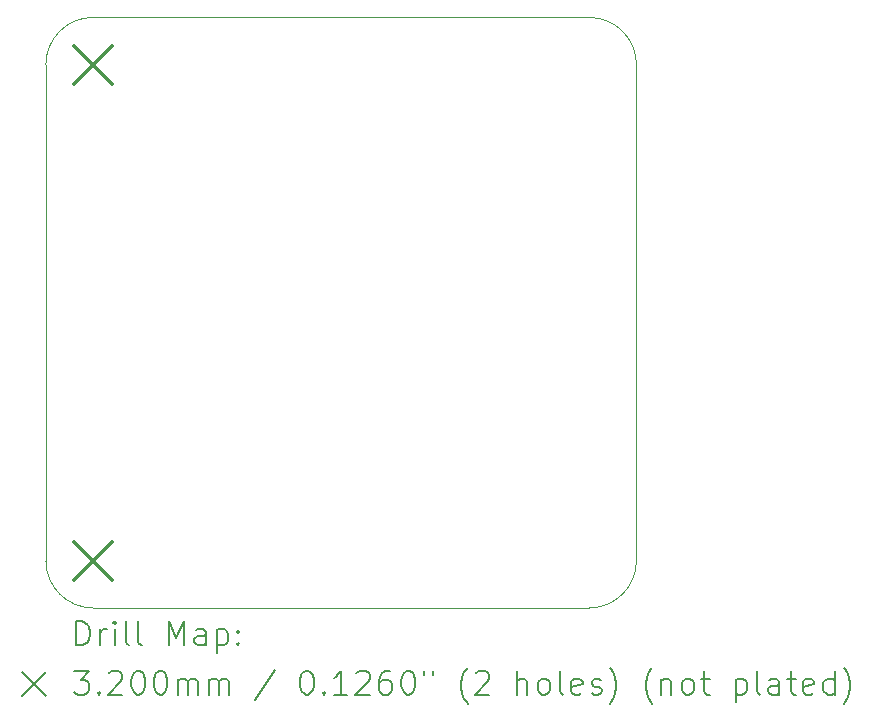
<source format=gbr>
%TF.GenerationSoftware,KiCad,Pcbnew,8.0.7*%
%TF.CreationDate,2025-02-03T22:45:01+13:00*%
%TF.ProjectId,Housens-L,486f7573-656e-4732-9d4c-2e6b69636164,002*%
%TF.SameCoordinates,Original*%
%TF.FileFunction,Drillmap*%
%TF.FilePolarity,Positive*%
%FSLAX45Y45*%
G04 Gerber Fmt 4.5, Leading zero omitted, Abs format (unit mm)*
G04 Created by KiCad (PCBNEW 8.0.7) date 2025-02-03 22:45:01*
%MOMM*%
%LPD*%
G01*
G04 APERTURE LIST*
%ADD10C,0.050000*%
%ADD11C,0.200000*%
%ADD12C,0.320000*%
G04 APERTURE END LIST*
D10*
X6000000Y-12600000D02*
X6000000Y-8400000D01*
X6400000Y-13000000D02*
G75*
G02*
X6000000Y-12600000I0J400000D01*
G01*
X11000000Y-12600000D02*
G75*
G02*
X10600000Y-13000000I-400000J0D01*
G01*
X6400000Y-8000000D02*
X10600000Y-8000000D01*
X6000000Y-8400000D02*
G75*
G02*
X6400000Y-8000000I400000J0D01*
G01*
X10600000Y-13000000D02*
X6400000Y-13000000D01*
X10600000Y-8000000D02*
G75*
G02*
X11000000Y-8400000I0J-400000D01*
G01*
X11000000Y-8400000D02*
X11000000Y-12600000D01*
D11*
D12*
X6240000Y-8240000D02*
X6560000Y-8560000D01*
X6560000Y-8240000D02*
X6240000Y-8560000D01*
X6240000Y-12440000D02*
X6560000Y-12760000D01*
X6560000Y-12440000D02*
X6240000Y-12760000D01*
D11*
X6258277Y-13313984D02*
X6258277Y-13113984D01*
X6258277Y-13113984D02*
X6305896Y-13113984D01*
X6305896Y-13113984D02*
X6334467Y-13123508D01*
X6334467Y-13123508D02*
X6353515Y-13142555D01*
X6353515Y-13142555D02*
X6363039Y-13161603D01*
X6363039Y-13161603D02*
X6372562Y-13199698D01*
X6372562Y-13199698D02*
X6372562Y-13228269D01*
X6372562Y-13228269D02*
X6363039Y-13266365D01*
X6363039Y-13266365D02*
X6353515Y-13285412D01*
X6353515Y-13285412D02*
X6334467Y-13304460D01*
X6334467Y-13304460D02*
X6305896Y-13313984D01*
X6305896Y-13313984D02*
X6258277Y-13313984D01*
X6458277Y-13313984D02*
X6458277Y-13180650D01*
X6458277Y-13218746D02*
X6467801Y-13199698D01*
X6467801Y-13199698D02*
X6477324Y-13190174D01*
X6477324Y-13190174D02*
X6496372Y-13180650D01*
X6496372Y-13180650D02*
X6515420Y-13180650D01*
X6582086Y-13313984D02*
X6582086Y-13180650D01*
X6582086Y-13113984D02*
X6572562Y-13123508D01*
X6572562Y-13123508D02*
X6582086Y-13133031D01*
X6582086Y-13133031D02*
X6591610Y-13123508D01*
X6591610Y-13123508D02*
X6582086Y-13113984D01*
X6582086Y-13113984D02*
X6582086Y-13133031D01*
X6705896Y-13313984D02*
X6686848Y-13304460D01*
X6686848Y-13304460D02*
X6677324Y-13285412D01*
X6677324Y-13285412D02*
X6677324Y-13113984D01*
X6810658Y-13313984D02*
X6791610Y-13304460D01*
X6791610Y-13304460D02*
X6782086Y-13285412D01*
X6782086Y-13285412D02*
X6782086Y-13113984D01*
X7039229Y-13313984D02*
X7039229Y-13113984D01*
X7039229Y-13113984D02*
X7105896Y-13256841D01*
X7105896Y-13256841D02*
X7172562Y-13113984D01*
X7172562Y-13113984D02*
X7172562Y-13313984D01*
X7353515Y-13313984D02*
X7353515Y-13209222D01*
X7353515Y-13209222D02*
X7343991Y-13190174D01*
X7343991Y-13190174D02*
X7324943Y-13180650D01*
X7324943Y-13180650D02*
X7286848Y-13180650D01*
X7286848Y-13180650D02*
X7267801Y-13190174D01*
X7353515Y-13304460D02*
X7334467Y-13313984D01*
X7334467Y-13313984D02*
X7286848Y-13313984D01*
X7286848Y-13313984D02*
X7267801Y-13304460D01*
X7267801Y-13304460D02*
X7258277Y-13285412D01*
X7258277Y-13285412D02*
X7258277Y-13266365D01*
X7258277Y-13266365D02*
X7267801Y-13247317D01*
X7267801Y-13247317D02*
X7286848Y-13237793D01*
X7286848Y-13237793D02*
X7334467Y-13237793D01*
X7334467Y-13237793D02*
X7353515Y-13228269D01*
X7448753Y-13180650D02*
X7448753Y-13380650D01*
X7448753Y-13190174D02*
X7467801Y-13180650D01*
X7467801Y-13180650D02*
X7505896Y-13180650D01*
X7505896Y-13180650D02*
X7524943Y-13190174D01*
X7524943Y-13190174D02*
X7534467Y-13199698D01*
X7534467Y-13199698D02*
X7543991Y-13218746D01*
X7543991Y-13218746D02*
X7543991Y-13275888D01*
X7543991Y-13275888D02*
X7534467Y-13294936D01*
X7534467Y-13294936D02*
X7524943Y-13304460D01*
X7524943Y-13304460D02*
X7505896Y-13313984D01*
X7505896Y-13313984D02*
X7467801Y-13313984D01*
X7467801Y-13313984D02*
X7448753Y-13304460D01*
X7629705Y-13294936D02*
X7639229Y-13304460D01*
X7639229Y-13304460D02*
X7629705Y-13313984D01*
X7629705Y-13313984D02*
X7620182Y-13304460D01*
X7620182Y-13304460D02*
X7629705Y-13294936D01*
X7629705Y-13294936D02*
X7629705Y-13313984D01*
X7629705Y-13190174D02*
X7639229Y-13199698D01*
X7639229Y-13199698D02*
X7629705Y-13209222D01*
X7629705Y-13209222D02*
X7620182Y-13199698D01*
X7620182Y-13199698D02*
X7629705Y-13190174D01*
X7629705Y-13190174D02*
X7629705Y-13209222D01*
X5797500Y-13542500D02*
X5997500Y-13742500D01*
X5997500Y-13542500D02*
X5797500Y-13742500D01*
X6239229Y-13533984D02*
X6363039Y-13533984D01*
X6363039Y-13533984D02*
X6296372Y-13610174D01*
X6296372Y-13610174D02*
X6324943Y-13610174D01*
X6324943Y-13610174D02*
X6343991Y-13619698D01*
X6343991Y-13619698D02*
X6353515Y-13629222D01*
X6353515Y-13629222D02*
X6363039Y-13648269D01*
X6363039Y-13648269D02*
X6363039Y-13695888D01*
X6363039Y-13695888D02*
X6353515Y-13714936D01*
X6353515Y-13714936D02*
X6343991Y-13724460D01*
X6343991Y-13724460D02*
X6324943Y-13733984D01*
X6324943Y-13733984D02*
X6267801Y-13733984D01*
X6267801Y-13733984D02*
X6248753Y-13724460D01*
X6248753Y-13724460D02*
X6239229Y-13714936D01*
X6448753Y-13714936D02*
X6458277Y-13724460D01*
X6458277Y-13724460D02*
X6448753Y-13733984D01*
X6448753Y-13733984D02*
X6439229Y-13724460D01*
X6439229Y-13724460D02*
X6448753Y-13714936D01*
X6448753Y-13714936D02*
X6448753Y-13733984D01*
X6534467Y-13553031D02*
X6543991Y-13543508D01*
X6543991Y-13543508D02*
X6563039Y-13533984D01*
X6563039Y-13533984D02*
X6610658Y-13533984D01*
X6610658Y-13533984D02*
X6629705Y-13543508D01*
X6629705Y-13543508D02*
X6639229Y-13553031D01*
X6639229Y-13553031D02*
X6648753Y-13572079D01*
X6648753Y-13572079D02*
X6648753Y-13591127D01*
X6648753Y-13591127D02*
X6639229Y-13619698D01*
X6639229Y-13619698D02*
X6524943Y-13733984D01*
X6524943Y-13733984D02*
X6648753Y-13733984D01*
X6772562Y-13533984D02*
X6791610Y-13533984D01*
X6791610Y-13533984D02*
X6810658Y-13543508D01*
X6810658Y-13543508D02*
X6820182Y-13553031D01*
X6820182Y-13553031D02*
X6829705Y-13572079D01*
X6829705Y-13572079D02*
X6839229Y-13610174D01*
X6839229Y-13610174D02*
X6839229Y-13657793D01*
X6839229Y-13657793D02*
X6829705Y-13695888D01*
X6829705Y-13695888D02*
X6820182Y-13714936D01*
X6820182Y-13714936D02*
X6810658Y-13724460D01*
X6810658Y-13724460D02*
X6791610Y-13733984D01*
X6791610Y-13733984D02*
X6772562Y-13733984D01*
X6772562Y-13733984D02*
X6753515Y-13724460D01*
X6753515Y-13724460D02*
X6743991Y-13714936D01*
X6743991Y-13714936D02*
X6734467Y-13695888D01*
X6734467Y-13695888D02*
X6724943Y-13657793D01*
X6724943Y-13657793D02*
X6724943Y-13610174D01*
X6724943Y-13610174D02*
X6734467Y-13572079D01*
X6734467Y-13572079D02*
X6743991Y-13553031D01*
X6743991Y-13553031D02*
X6753515Y-13543508D01*
X6753515Y-13543508D02*
X6772562Y-13533984D01*
X6963039Y-13533984D02*
X6982086Y-13533984D01*
X6982086Y-13533984D02*
X7001134Y-13543508D01*
X7001134Y-13543508D02*
X7010658Y-13553031D01*
X7010658Y-13553031D02*
X7020182Y-13572079D01*
X7020182Y-13572079D02*
X7029705Y-13610174D01*
X7029705Y-13610174D02*
X7029705Y-13657793D01*
X7029705Y-13657793D02*
X7020182Y-13695888D01*
X7020182Y-13695888D02*
X7010658Y-13714936D01*
X7010658Y-13714936D02*
X7001134Y-13724460D01*
X7001134Y-13724460D02*
X6982086Y-13733984D01*
X6982086Y-13733984D02*
X6963039Y-13733984D01*
X6963039Y-13733984D02*
X6943991Y-13724460D01*
X6943991Y-13724460D02*
X6934467Y-13714936D01*
X6934467Y-13714936D02*
X6924943Y-13695888D01*
X6924943Y-13695888D02*
X6915420Y-13657793D01*
X6915420Y-13657793D02*
X6915420Y-13610174D01*
X6915420Y-13610174D02*
X6924943Y-13572079D01*
X6924943Y-13572079D02*
X6934467Y-13553031D01*
X6934467Y-13553031D02*
X6943991Y-13543508D01*
X6943991Y-13543508D02*
X6963039Y-13533984D01*
X7115420Y-13733984D02*
X7115420Y-13600650D01*
X7115420Y-13619698D02*
X7124943Y-13610174D01*
X7124943Y-13610174D02*
X7143991Y-13600650D01*
X7143991Y-13600650D02*
X7172563Y-13600650D01*
X7172563Y-13600650D02*
X7191610Y-13610174D01*
X7191610Y-13610174D02*
X7201134Y-13629222D01*
X7201134Y-13629222D02*
X7201134Y-13733984D01*
X7201134Y-13629222D02*
X7210658Y-13610174D01*
X7210658Y-13610174D02*
X7229705Y-13600650D01*
X7229705Y-13600650D02*
X7258277Y-13600650D01*
X7258277Y-13600650D02*
X7277324Y-13610174D01*
X7277324Y-13610174D02*
X7286848Y-13629222D01*
X7286848Y-13629222D02*
X7286848Y-13733984D01*
X7382086Y-13733984D02*
X7382086Y-13600650D01*
X7382086Y-13619698D02*
X7391610Y-13610174D01*
X7391610Y-13610174D02*
X7410658Y-13600650D01*
X7410658Y-13600650D02*
X7439229Y-13600650D01*
X7439229Y-13600650D02*
X7458277Y-13610174D01*
X7458277Y-13610174D02*
X7467801Y-13629222D01*
X7467801Y-13629222D02*
X7467801Y-13733984D01*
X7467801Y-13629222D02*
X7477324Y-13610174D01*
X7477324Y-13610174D02*
X7496372Y-13600650D01*
X7496372Y-13600650D02*
X7524943Y-13600650D01*
X7524943Y-13600650D02*
X7543991Y-13610174D01*
X7543991Y-13610174D02*
X7553515Y-13629222D01*
X7553515Y-13629222D02*
X7553515Y-13733984D01*
X7943991Y-13524460D02*
X7772563Y-13781603D01*
X8201134Y-13533984D02*
X8220182Y-13533984D01*
X8220182Y-13533984D02*
X8239229Y-13543508D01*
X8239229Y-13543508D02*
X8248753Y-13553031D01*
X8248753Y-13553031D02*
X8258277Y-13572079D01*
X8258277Y-13572079D02*
X8267801Y-13610174D01*
X8267801Y-13610174D02*
X8267801Y-13657793D01*
X8267801Y-13657793D02*
X8258277Y-13695888D01*
X8258277Y-13695888D02*
X8248753Y-13714936D01*
X8248753Y-13714936D02*
X8239229Y-13724460D01*
X8239229Y-13724460D02*
X8220182Y-13733984D01*
X8220182Y-13733984D02*
X8201134Y-13733984D01*
X8201134Y-13733984D02*
X8182086Y-13724460D01*
X8182086Y-13724460D02*
X8172563Y-13714936D01*
X8172563Y-13714936D02*
X8163039Y-13695888D01*
X8163039Y-13695888D02*
X8153515Y-13657793D01*
X8153515Y-13657793D02*
X8153515Y-13610174D01*
X8153515Y-13610174D02*
X8163039Y-13572079D01*
X8163039Y-13572079D02*
X8172563Y-13553031D01*
X8172563Y-13553031D02*
X8182086Y-13543508D01*
X8182086Y-13543508D02*
X8201134Y-13533984D01*
X8353515Y-13714936D02*
X8363039Y-13724460D01*
X8363039Y-13724460D02*
X8353515Y-13733984D01*
X8353515Y-13733984D02*
X8343991Y-13724460D01*
X8343991Y-13724460D02*
X8353515Y-13714936D01*
X8353515Y-13714936D02*
X8353515Y-13733984D01*
X8553515Y-13733984D02*
X8439229Y-13733984D01*
X8496372Y-13733984D02*
X8496372Y-13533984D01*
X8496372Y-13533984D02*
X8477325Y-13562555D01*
X8477325Y-13562555D02*
X8458277Y-13581603D01*
X8458277Y-13581603D02*
X8439229Y-13591127D01*
X8629706Y-13553031D02*
X8639229Y-13543508D01*
X8639229Y-13543508D02*
X8658277Y-13533984D01*
X8658277Y-13533984D02*
X8705896Y-13533984D01*
X8705896Y-13533984D02*
X8724944Y-13543508D01*
X8724944Y-13543508D02*
X8734468Y-13553031D01*
X8734468Y-13553031D02*
X8743991Y-13572079D01*
X8743991Y-13572079D02*
X8743991Y-13591127D01*
X8743991Y-13591127D02*
X8734468Y-13619698D01*
X8734468Y-13619698D02*
X8620182Y-13733984D01*
X8620182Y-13733984D02*
X8743991Y-13733984D01*
X8915420Y-13533984D02*
X8877325Y-13533984D01*
X8877325Y-13533984D02*
X8858277Y-13543508D01*
X8858277Y-13543508D02*
X8848753Y-13553031D01*
X8848753Y-13553031D02*
X8829706Y-13581603D01*
X8829706Y-13581603D02*
X8820182Y-13619698D01*
X8820182Y-13619698D02*
X8820182Y-13695888D01*
X8820182Y-13695888D02*
X8829706Y-13714936D01*
X8829706Y-13714936D02*
X8839229Y-13724460D01*
X8839229Y-13724460D02*
X8858277Y-13733984D01*
X8858277Y-13733984D02*
X8896372Y-13733984D01*
X8896372Y-13733984D02*
X8915420Y-13724460D01*
X8915420Y-13724460D02*
X8924944Y-13714936D01*
X8924944Y-13714936D02*
X8934468Y-13695888D01*
X8934468Y-13695888D02*
X8934468Y-13648269D01*
X8934468Y-13648269D02*
X8924944Y-13629222D01*
X8924944Y-13629222D02*
X8915420Y-13619698D01*
X8915420Y-13619698D02*
X8896372Y-13610174D01*
X8896372Y-13610174D02*
X8858277Y-13610174D01*
X8858277Y-13610174D02*
X8839229Y-13619698D01*
X8839229Y-13619698D02*
X8829706Y-13629222D01*
X8829706Y-13629222D02*
X8820182Y-13648269D01*
X9058277Y-13533984D02*
X9077325Y-13533984D01*
X9077325Y-13533984D02*
X9096372Y-13543508D01*
X9096372Y-13543508D02*
X9105896Y-13553031D01*
X9105896Y-13553031D02*
X9115420Y-13572079D01*
X9115420Y-13572079D02*
X9124944Y-13610174D01*
X9124944Y-13610174D02*
X9124944Y-13657793D01*
X9124944Y-13657793D02*
X9115420Y-13695888D01*
X9115420Y-13695888D02*
X9105896Y-13714936D01*
X9105896Y-13714936D02*
X9096372Y-13724460D01*
X9096372Y-13724460D02*
X9077325Y-13733984D01*
X9077325Y-13733984D02*
X9058277Y-13733984D01*
X9058277Y-13733984D02*
X9039229Y-13724460D01*
X9039229Y-13724460D02*
X9029706Y-13714936D01*
X9029706Y-13714936D02*
X9020182Y-13695888D01*
X9020182Y-13695888D02*
X9010658Y-13657793D01*
X9010658Y-13657793D02*
X9010658Y-13610174D01*
X9010658Y-13610174D02*
X9020182Y-13572079D01*
X9020182Y-13572079D02*
X9029706Y-13553031D01*
X9029706Y-13553031D02*
X9039229Y-13543508D01*
X9039229Y-13543508D02*
X9058277Y-13533984D01*
X9201134Y-13533984D02*
X9201134Y-13572079D01*
X9277325Y-13533984D02*
X9277325Y-13572079D01*
X9572563Y-13810174D02*
X9563039Y-13800650D01*
X9563039Y-13800650D02*
X9543991Y-13772079D01*
X9543991Y-13772079D02*
X9534468Y-13753031D01*
X9534468Y-13753031D02*
X9524944Y-13724460D01*
X9524944Y-13724460D02*
X9515420Y-13676841D01*
X9515420Y-13676841D02*
X9515420Y-13638746D01*
X9515420Y-13638746D02*
X9524944Y-13591127D01*
X9524944Y-13591127D02*
X9534468Y-13562555D01*
X9534468Y-13562555D02*
X9543991Y-13543508D01*
X9543991Y-13543508D02*
X9563039Y-13514936D01*
X9563039Y-13514936D02*
X9572563Y-13505412D01*
X9639230Y-13553031D02*
X9648753Y-13543508D01*
X9648753Y-13543508D02*
X9667801Y-13533984D01*
X9667801Y-13533984D02*
X9715420Y-13533984D01*
X9715420Y-13533984D02*
X9734468Y-13543508D01*
X9734468Y-13543508D02*
X9743991Y-13553031D01*
X9743991Y-13553031D02*
X9753515Y-13572079D01*
X9753515Y-13572079D02*
X9753515Y-13591127D01*
X9753515Y-13591127D02*
X9743991Y-13619698D01*
X9743991Y-13619698D02*
X9629706Y-13733984D01*
X9629706Y-13733984D02*
X9753515Y-13733984D01*
X9991611Y-13733984D02*
X9991611Y-13533984D01*
X10077325Y-13733984D02*
X10077325Y-13629222D01*
X10077325Y-13629222D02*
X10067801Y-13610174D01*
X10067801Y-13610174D02*
X10048753Y-13600650D01*
X10048753Y-13600650D02*
X10020182Y-13600650D01*
X10020182Y-13600650D02*
X10001134Y-13610174D01*
X10001134Y-13610174D02*
X9991611Y-13619698D01*
X10201134Y-13733984D02*
X10182087Y-13724460D01*
X10182087Y-13724460D02*
X10172563Y-13714936D01*
X10172563Y-13714936D02*
X10163039Y-13695888D01*
X10163039Y-13695888D02*
X10163039Y-13638746D01*
X10163039Y-13638746D02*
X10172563Y-13619698D01*
X10172563Y-13619698D02*
X10182087Y-13610174D01*
X10182087Y-13610174D02*
X10201134Y-13600650D01*
X10201134Y-13600650D02*
X10229706Y-13600650D01*
X10229706Y-13600650D02*
X10248753Y-13610174D01*
X10248753Y-13610174D02*
X10258277Y-13619698D01*
X10258277Y-13619698D02*
X10267801Y-13638746D01*
X10267801Y-13638746D02*
X10267801Y-13695888D01*
X10267801Y-13695888D02*
X10258277Y-13714936D01*
X10258277Y-13714936D02*
X10248753Y-13724460D01*
X10248753Y-13724460D02*
X10229706Y-13733984D01*
X10229706Y-13733984D02*
X10201134Y-13733984D01*
X10382087Y-13733984D02*
X10363039Y-13724460D01*
X10363039Y-13724460D02*
X10353515Y-13705412D01*
X10353515Y-13705412D02*
X10353515Y-13533984D01*
X10534468Y-13724460D02*
X10515420Y-13733984D01*
X10515420Y-13733984D02*
X10477325Y-13733984D01*
X10477325Y-13733984D02*
X10458277Y-13724460D01*
X10458277Y-13724460D02*
X10448753Y-13705412D01*
X10448753Y-13705412D02*
X10448753Y-13629222D01*
X10448753Y-13629222D02*
X10458277Y-13610174D01*
X10458277Y-13610174D02*
X10477325Y-13600650D01*
X10477325Y-13600650D02*
X10515420Y-13600650D01*
X10515420Y-13600650D02*
X10534468Y-13610174D01*
X10534468Y-13610174D02*
X10543992Y-13629222D01*
X10543992Y-13629222D02*
X10543992Y-13648269D01*
X10543992Y-13648269D02*
X10448753Y-13667317D01*
X10620182Y-13724460D02*
X10639230Y-13733984D01*
X10639230Y-13733984D02*
X10677325Y-13733984D01*
X10677325Y-13733984D02*
X10696373Y-13724460D01*
X10696373Y-13724460D02*
X10705896Y-13705412D01*
X10705896Y-13705412D02*
X10705896Y-13695888D01*
X10705896Y-13695888D02*
X10696373Y-13676841D01*
X10696373Y-13676841D02*
X10677325Y-13667317D01*
X10677325Y-13667317D02*
X10648753Y-13667317D01*
X10648753Y-13667317D02*
X10629706Y-13657793D01*
X10629706Y-13657793D02*
X10620182Y-13638746D01*
X10620182Y-13638746D02*
X10620182Y-13629222D01*
X10620182Y-13629222D02*
X10629706Y-13610174D01*
X10629706Y-13610174D02*
X10648753Y-13600650D01*
X10648753Y-13600650D02*
X10677325Y-13600650D01*
X10677325Y-13600650D02*
X10696373Y-13610174D01*
X10772563Y-13810174D02*
X10782087Y-13800650D01*
X10782087Y-13800650D02*
X10801134Y-13772079D01*
X10801134Y-13772079D02*
X10810658Y-13753031D01*
X10810658Y-13753031D02*
X10820182Y-13724460D01*
X10820182Y-13724460D02*
X10829706Y-13676841D01*
X10829706Y-13676841D02*
X10829706Y-13638746D01*
X10829706Y-13638746D02*
X10820182Y-13591127D01*
X10820182Y-13591127D02*
X10810658Y-13562555D01*
X10810658Y-13562555D02*
X10801134Y-13543508D01*
X10801134Y-13543508D02*
X10782087Y-13514936D01*
X10782087Y-13514936D02*
X10772563Y-13505412D01*
X11134468Y-13810174D02*
X11124944Y-13800650D01*
X11124944Y-13800650D02*
X11105896Y-13772079D01*
X11105896Y-13772079D02*
X11096373Y-13753031D01*
X11096373Y-13753031D02*
X11086849Y-13724460D01*
X11086849Y-13724460D02*
X11077325Y-13676841D01*
X11077325Y-13676841D02*
X11077325Y-13638746D01*
X11077325Y-13638746D02*
X11086849Y-13591127D01*
X11086849Y-13591127D02*
X11096373Y-13562555D01*
X11096373Y-13562555D02*
X11105896Y-13543508D01*
X11105896Y-13543508D02*
X11124944Y-13514936D01*
X11124944Y-13514936D02*
X11134468Y-13505412D01*
X11210658Y-13600650D02*
X11210658Y-13733984D01*
X11210658Y-13619698D02*
X11220182Y-13610174D01*
X11220182Y-13610174D02*
X11239230Y-13600650D01*
X11239230Y-13600650D02*
X11267801Y-13600650D01*
X11267801Y-13600650D02*
X11286849Y-13610174D01*
X11286849Y-13610174D02*
X11296372Y-13629222D01*
X11296372Y-13629222D02*
X11296372Y-13733984D01*
X11420182Y-13733984D02*
X11401134Y-13724460D01*
X11401134Y-13724460D02*
X11391611Y-13714936D01*
X11391611Y-13714936D02*
X11382087Y-13695888D01*
X11382087Y-13695888D02*
X11382087Y-13638746D01*
X11382087Y-13638746D02*
X11391611Y-13619698D01*
X11391611Y-13619698D02*
X11401134Y-13610174D01*
X11401134Y-13610174D02*
X11420182Y-13600650D01*
X11420182Y-13600650D02*
X11448753Y-13600650D01*
X11448753Y-13600650D02*
X11467801Y-13610174D01*
X11467801Y-13610174D02*
X11477325Y-13619698D01*
X11477325Y-13619698D02*
X11486849Y-13638746D01*
X11486849Y-13638746D02*
X11486849Y-13695888D01*
X11486849Y-13695888D02*
X11477325Y-13714936D01*
X11477325Y-13714936D02*
X11467801Y-13724460D01*
X11467801Y-13724460D02*
X11448753Y-13733984D01*
X11448753Y-13733984D02*
X11420182Y-13733984D01*
X11543992Y-13600650D02*
X11620182Y-13600650D01*
X11572563Y-13533984D02*
X11572563Y-13705412D01*
X11572563Y-13705412D02*
X11582087Y-13724460D01*
X11582087Y-13724460D02*
X11601134Y-13733984D01*
X11601134Y-13733984D02*
X11620182Y-13733984D01*
X11839230Y-13600650D02*
X11839230Y-13800650D01*
X11839230Y-13610174D02*
X11858277Y-13600650D01*
X11858277Y-13600650D02*
X11896373Y-13600650D01*
X11896373Y-13600650D02*
X11915420Y-13610174D01*
X11915420Y-13610174D02*
X11924944Y-13619698D01*
X11924944Y-13619698D02*
X11934468Y-13638746D01*
X11934468Y-13638746D02*
X11934468Y-13695888D01*
X11934468Y-13695888D02*
X11924944Y-13714936D01*
X11924944Y-13714936D02*
X11915420Y-13724460D01*
X11915420Y-13724460D02*
X11896373Y-13733984D01*
X11896373Y-13733984D02*
X11858277Y-13733984D01*
X11858277Y-13733984D02*
X11839230Y-13724460D01*
X12048753Y-13733984D02*
X12029706Y-13724460D01*
X12029706Y-13724460D02*
X12020182Y-13705412D01*
X12020182Y-13705412D02*
X12020182Y-13533984D01*
X12210658Y-13733984D02*
X12210658Y-13629222D01*
X12210658Y-13629222D02*
X12201134Y-13610174D01*
X12201134Y-13610174D02*
X12182087Y-13600650D01*
X12182087Y-13600650D02*
X12143992Y-13600650D01*
X12143992Y-13600650D02*
X12124944Y-13610174D01*
X12210658Y-13724460D02*
X12191611Y-13733984D01*
X12191611Y-13733984D02*
X12143992Y-13733984D01*
X12143992Y-13733984D02*
X12124944Y-13724460D01*
X12124944Y-13724460D02*
X12115420Y-13705412D01*
X12115420Y-13705412D02*
X12115420Y-13686365D01*
X12115420Y-13686365D02*
X12124944Y-13667317D01*
X12124944Y-13667317D02*
X12143992Y-13657793D01*
X12143992Y-13657793D02*
X12191611Y-13657793D01*
X12191611Y-13657793D02*
X12210658Y-13648269D01*
X12277325Y-13600650D02*
X12353515Y-13600650D01*
X12305896Y-13533984D02*
X12305896Y-13705412D01*
X12305896Y-13705412D02*
X12315420Y-13724460D01*
X12315420Y-13724460D02*
X12334468Y-13733984D01*
X12334468Y-13733984D02*
X12353515Y-13733984D01*
X12496373Y-13724460D02*
X12477325Y-13733984D01*
X12477325Y-13733984D02*
X12439230Y-13733984D01*
X12439230Y-13733984D02*
X12420182Y-13724460D01*
X12420182Y-13724460D02*
X12410658Y-13705412D01*
X12410658Y-13705412D02*
X12410658Y-13629222D01*
X12410658Y-13629222D02*
X12420182Y-13610174D01*
X12420182Y-13610174D02*
X12439230Y-13600650D01*
X12439230Y-13600650D02*
X12477325Y-13600650D01*
X12477325Y-13600650D02*
X12496373Y-13610174D01*
X12496373Y-13610174D02*
X12505896Y-13629222D01*
X12505896Y-13629222D02*
X12505896Y-13648269D01*
X12505896Y-13648269D02*
X12410658Y-13667317D01*
X12677325Y-13733984D02*
X12677325Y-13533984D01*
X12677325Y-13724460D02*
X12658277Y-13733984D01*
X12658277Y-13733984D02*
X12620182Y-13733984D01*
X12620182Y-13733984D02*
X12601134Y-13724460D01*
X12601134Y-13724460D02*
X12591611Y-13714936D01*
X12591611Y-13714936D02*
X12582087Y-13695888D01*
X12582087Y-13695888D02*
X12582087Y-13638746D01*
X12582087Y-13638746D02*
X12591611Y-13619698D01*
X12591611Y-13619698D02*
X12601134Y-13610174D01*
X12601134Y-13610174D02*
X12620182Y-13600650D01*
X12620182Y-13600650D02*
X12658277Y-13600650D01*
X12658277Y-13600650D02*
X12677325Y-13610174D01*
X12753515Y-13810174D02*
X12763039Y-13800650D01*
X12763039Y-13800650D02*
X12782087Y-13772079D01*
X12782087Y-13772079D02*
X12791611Y-13753031D01*
X12791611Y-13753031D02*
X12801134Y-13724460D01*
X12801134Y-13724460D02*
X12810658Y-13676841D01*
X12810658Y-13676841D02*
X12810658Y-13638746D01*
X12810658Y-13638746D02*
X12801134Y-13591127D01*
X12801134Y-13591127D02*
X12791611Y-13562555D01*
X12791611Y-13562555D02*
X12782087Y-13543508D01*
X12782087Y-13543508D02*
X12763039Y-13514936D01*
X12763039Y-13514936D02*
X12753515Y-13505412D01*
M02*

</source>
